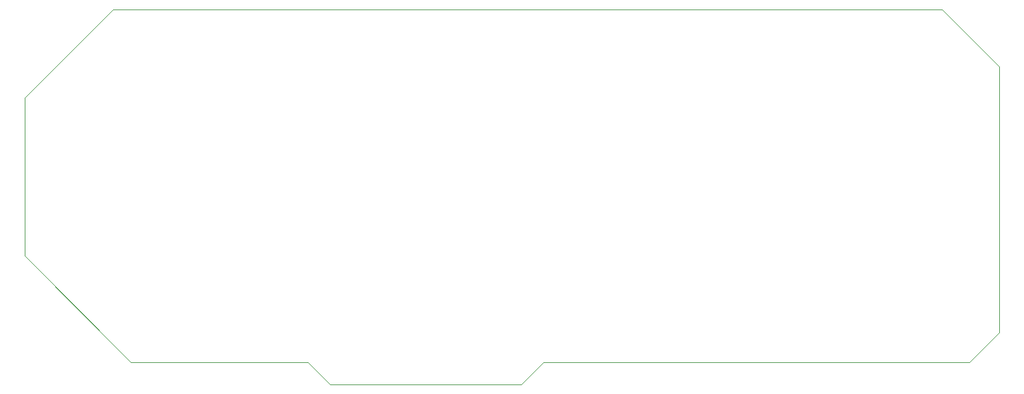
<source format=gbr>
%TF.GenerationSoftware,KiCad,Pcbnew,7.0.7*%
%TF.CreationDate,2024-06-06T22:47:18-06:00*%
%TF.ProjectId,VoiceBoardR2,566f6963-6542-46f6-9172-6452322e6b69,rev?*%
%TF.SameCoordinates,Original*%
%TF.FileFunction,Profile,NP*%
%FSLAX46Y46*%
G04 Gerber Fmt 4.6, Leading zero omitted, Abs format (unit mm)*
G04 Created by KiCad (PCBNEW 7.0.7) date 2024-06-06 22:47:18*
%MOMM*%
%LPD*%
G01*
G04 APERTURE LIST*
%TA.AperFunction,Profile*%
%ADD10C,0.100000*%
%TD*%
G04 APERTURE END LIST*
D10*
X129962500Y-7512500D02*
X129962500Y-43037500D01*
X125987500Y-47012500D01*
X119587500Y-47012500D01*
X119562500Y-46987500D01*
X69162500Y-46987500D01*
X66212500Y-49937500D01*
X40687500Y-49937500D01*
X37737500Y-46987500D01*
X14162500Y-46987500D01*
X-12500Y-32812500D01*
X-12500Y-11687500D01*
X11762500Y87500D01*
X122362500Y87500D01*
X129962500Y-7512500D01*
M02*

</source>
